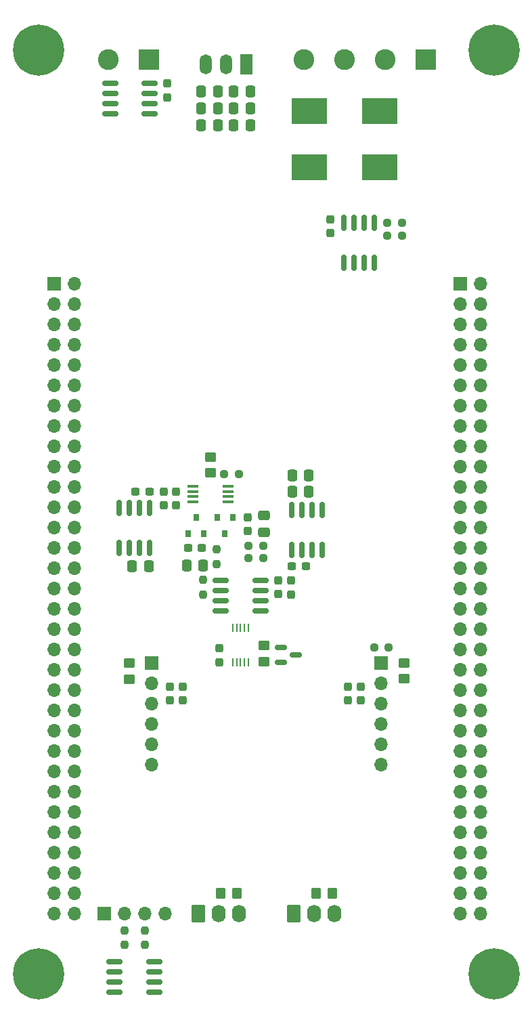
<source format=gts>
G04 #@! TF.GenerationSoftware,KiCad,Pcbnew,(6.0.5)*
G04 #@! TF.CreationDate,2022-05-13T08:12:08+02:00*
G04 #@! TF.ProjectId,MEV_board,4d45565f-626f-4617-9264-2e6b69636164,rev?*
G04 #@! TF.SameCoordinates,Original*
G04 #@! TF.FileFunction,Soldermask,Top*
G04 #@! TF.FilePolarity,Negative*
%FSLAX46Y46*%
G04 Gerber Fmt 4.6, Leading zero omitted, Abs format (unit mm)*
G04 Created by KiCad (PCBNEW (6.0.5)) date 2022-05-13 08:12:08*
%MOMM*%
%LPD*%
G01*
G04 APERTURE LIST*
G04 Aperture macros list*
%AMRoundRect*
0 Rectangle with rounded corners*
0 $1 Rounding radius*
0 $2 $3 $4 $5 $6 $7 $8 $9 X,Y pos of 4 corners*
0 Add a 4 corners polygon primitive as box body*
4,1,4,$2,$3,$4,$5,$6,$7,$8,$9,$2,$3,0*
0 Add four circle primitives for the rounded corners*
1,1,$1+$1,$2,$3*
1,1,$1+$1,$4,$5*
1,1,$1+$1,$6,$7*
1,1,$1+$1,$8,$9*
0 Add four rect primitives between the rounded corners*
20,1,$1+$1,$2,$3,$4,$5,0*
20,1,$1+$1,$4,$5,$6,$7,0*
20,1,$1+$1,$6,$7,$8,$9,0*
20,1,$1+$1,$8,$9,$2,$3,0*%
G04 Aperture macros list end*
%ADD10RoundRect,0.237500X-0.237500X0.300000X-0.237500X-0.300000X0.237500X-0.300000X0.237500X0.300000X0*%
%ADD11RoundRect,0.250000X0.475000X-0.337500X0.475000X0.337500X-0.475000X0.337500X-0.475000X-0.337500X0*%
%ADD12RoundRect,0.237500X0.237500X-0.300000X0.237500X0.300000X-0.237500X0.300000X-0.237500X-0.300000X0*%
%ADD13RoundRect,0.250000X0.337500X0.475000X-0.337500X0.475000X-0.337500X-0.475000X0.337500X-0.475000X0*%
%ADD14RoundRect,0.250000X-0.337500X-0.475000X0.337500X-0.475000X0.337500X0.475000X-0.337500X0.475000X0*%
%ADD15RoundRect,0.237500X0.300000X0.237500X-0.300000X0.237500X-0.300000X-0.237500X0.300000X-0.237500X0*%
%ADD16RoundRect,0.237500X-0.300000X-0.237500X0.300000X-0.237500X0.300000X0.237500X-0.300000X0.237500X0*%
%ADD17RoundRect,0.249999X0.450001X-0.350001X0.450001X0.350001X-0.450001X0.350001X-0.450001X-0.350001X0*%
%ADD18RoundRect,0.237500X-0.237500X0.250000X-0.237500X-0.250000X0.237500X-0.250000X0.237500X0.250000X0*%
%ADD19RoundRect,0.237500X0.250000X0.237500X-0.250000X0.237500X-0.250000X-0.237500X0.250000X-0.237500X0*%
%ADD20RoundRect,0.150000X-0.825000X-0.150000X0.825000X-0.150000X0.825000X0.150000X-0.825000X0.150000X0*%
%ADD21RoundRect,0.150000X0.150000X-0.825000X0.150000X0.825000X-0.150000X0.825000X-0.150000X-0.825000X0*%
%ADD22RoundRect,0.150000X-0.150000X0.825000X-0.150000X-0.825000X0.150000X-0.825000X0.150000X0.825000X0*%
%ADD23R,1.700000X1.700000*%
%ADD24O,1.700000X1.700000*%
%ADD25R,4.500000X3.300000*%
%ADD26R,0.800000X0.900000*%
%ADD27R,1.450000X0.450000*%
%ADD28RoundRect,0.237500X-0.250000X-0.237500X0.250000X-0.237500X0.250000X0.237500X-0.250000X0.237500X0*%
%ADD29C,3.600000*%
%ADD30C,6.400000*%
%ADD31RoundRect,0.250000X0.350000X0.450000X-0.350000X0.450000X-0.350000X-0.450000X0.350000X-0.450000X0*%
%ADD32RoundRect,0.250000X0.450000X-0.350000X0.450000X0.350000X-0.450000X0.350000X-0.450000X-0.350000X0*%
%ADD33RoundRect,0.150000X-0.587500X-0.150000X0.587500X-0.150000X0.587500X0.150000X-0.587500X0.150000X0*%
%ADD34R,0.250000X1.100000*%
%ADD35R,2.600000X2.600000*%
%ADD36C,2.600000*%
%ADD37R,1.500000X2.500000*%
%ADD38O,1.500000X2.500000*%
%ADD39RoundRect,0.250000X-0.620000X-0.845000X0.620000X-0.845000X0.620000X0.845000X-0.620000X0.845000X0*%
%ADD40O,1.740000X2.190000*%
G04 APERTURE END LIST*
D10*
X114147600Y-50165000D03*
X114147600Y-51890000D03*
D11*
X126228500Y-106275500D03*
X126228500Y-104200500D03*
D12*
X128005500Y-114004000D03*
X128005500Y-112279000D03*
D10*
X129656500Y-112313000D03*
X129656500Y-114038000D03*
D13*
X131853000Y-99147699D03*
X129778000Y-99147699D03*
X131853000Y-101205099D03*
X129778000Y-101205099D03*
D14*
X122433000Y-51127601D03*
X124508000Y-51127601D03*
X122433000Y-53289200D03*
X124508000Y-53289200D03*
D15*
X131448000Y-110553500D03*
X129723000Y-110553500D03*
D14*
X109764500Y-110476099D03*
X111839500Y-110476099D03*
D13*
X120465500Y-55422800D03*
X118390500Y-55422800D03*
X120465500Y-53289200D03*
X118390500Y-53289200D03*
D16*
X110169500Y-101169099D03*
X111894500Y-101169099D03*
D13*
X120465500Y-51127601D03*
X118390500Y-51127601D03*
D10*
X134569200Y-67164300D03*
X134569200Y-68889300D03*
D17*
X143789000Y-124609500D03*
X143789000Y-122609500D03*
D18*
X111302800Y-156034100D03*
X111302800Y-157859100D03*
X108762800Y-156034100D03*
X108762800Y-157859100D03*
D19*
X143484600Y-69189600D03*
X141659600Y-69189600D03*
X143484600Y-67614800D03*
X141659600Y-67614800D03*
D20*
X106999000Y-50165000D03*
X106999000Y-51435000D03*
X106999000Y-52705000D03*
X106999000Y-53975000D03*
X111949000Y-53975000D03*
X111949000Y-52705000D03*
X111949000Y-51435000D03*
X111949000Y-50165000D03*
X120831500Y-112286500D03*
X120831500Y-113556500D03*
X120831500Y-114826500D03*
X120831500Y-116096500D03*
X125781500Y-116096500D03*
X125781500Y-114826500D03*
X125781500Y-113556500D03*
X125781500Y-112286500D03*
D21*
X129730500Y-108456500D03*
X131000500Y-108456500D03*
X132270500Y-108456500D03*
X133540500Y-108456500D03*
X133540500Y-103506500D03*
X132270500Y-103506500D03*
X131000500Y-103506500D03*
X129730500Y-103506500D03*
D22*
X111887000Y-103252500D03*
X110617000Y-103252500D03*
X109347000Y-103252500D03*
X108077000Y-103252500D03*
X108077000Y-108202500D03*
X109347000Y-108202500D03*
X110617000Y-108202500D03*
X111887000Y-108202500D03*
D21*
X136194800Y-72551800D03*
X137464800Y-72551800D03*
X138734800Y-72551800D03*
X140004800Y-72551800D03*
X140004800Y-67601800D03*
X138734800Y-67601800D03*
X137464800Y-67601800D03*
X136194800Y-67601800D03*
D23*
X99990000Y-75220000D03*
D24*
X102530000Y-75220000D03*
X99990000Y-77760000D03*
X102530000Y-77760000D03*
X99990000Y-80300000D03*
X102530000Y-80300000D03*
X99990000Y-82840000D03*
X102530000Y-82840000D03*
X99990000Y-85380000D03*
X102530000Y-85380000D03*
X99990000Y-87920000D03*
X102530000Y-87920000D03*
X99990000Y-90460000D03*
X102530000Y-90460000D03*
X99990000Y-93000000D03*
X102530000Y-93000000D03*
X99990000Y-95540000D03*
X102530000Y-95540000D03*
X99990000Y-98080000D03*
X102530000Y-98080000D03*
X99990000Y-100620000D03*
X102530000Y-100620000D03*
X99990000Y-103160000D03*
X102530000Y-103160000D03*
X99990000Y-105700000D03*
X102530000Y-105700000D03*
X99990000Y-108240000D03*
X102530000Y-108240000D03*
X99990000Y-110780000D03*
X102530000Y-110780000D03*
X99990000Y-113320000D03*
X102530000Y-113320000D03*
X99990000Y-115860000D03*
X102530000Y-115860000D03*
X99990000Y-118400000D03*
X102530000Y-118400000D03*
X99990000Y-120940000D03*
X102530000Y-120940000D03*
X99990000Y-123480000D03*
X102530000Y-123480000D03*
X99990000Y-126020000D03*
X102530000Y-126020000D03*
X99990000Y-128560000D03*
X102530000Y-128560000D03*
X99990000Y-131100000D03*
X102530000Y-131100000D03*
X99990000Y-133640000D03*
X102530000Y-133640000D03*
X99990000Y-136180000D03*
X102530000Y-136180000D03*
X99990000Y-138720000D03*
X102530000Y-138720000D03*
X99990000Y-141260000D03*
X102530000Y-141260000D03*
X99990000Y-143800000D03*
X102530000Y-143800000D03*
X99990000Y-146340000D03*
X102530000Y-146340000D03*
X99990000Y-148880000D03*
X102530000Y-148880000D03*
X99990000Y-151420000D03*
X102530000Y-151420000D03*
X99990000Y-153960000D03*
X102530000Y-153960000D03*
D23*
X150800000Y-75220000D03*
D24*
X153340000Y-75220000D03*
X150800000Y-77760000D03*
X153340000Y-77760000D03*
X150800000Y-80300000D03*
X153340000Y-80300000D03*
X150800000Y-82840000D03*
X153340000Y-82840000D03*
X150800000Y-85380000D03*
X153340000Y-85380000D03*
X150800000Y-87920000D03*
X153340000Y-87920000D03*
X150800000Y-90460000D03*
X153340000Y-90460000D03*
X150800000Y-93000000D03*
X153340000Y-93000000D03*
X150800000Y-95540000D03*
X153340000Y-95540000D03*
X150800000Y-98080000D03*
X153340000Y-98080000D03*
X150800000Y-100620000D03*
X153340000Y-100620000D03*
X150800000Y-103160000D03*
X153340000Y-103160000D03*
X150800000Y-105700000D03*
X153340000Y-105700000D03*
X150800000Y-108240000D03*
X153340000Y-108240000D03*
X150800000Y-110780000D03*
X153340000Y-110780000D03*
X150800000Y-113320000D03*
X153340000Y-113320000D03*
X150800000Y-115860000D03*
X153340000Y-115860000D03*
X150800000Y-118400000D03*
X153340000Y-118400000D03*
X150800000Y-120940000D03*
X153340000Y-120940000D03*
X150800000Y-123480000D03*
X153340000Y-123480000D03*
X150800000Y-126020000D03*
X153340000Y-126020000D03*
X150800000Y-128560000D03*
X153340000Y-128560000D03*
X150800000Y-131100000D03*
X153340000Y-131100000D03*
X150800000Y-133640000D03*
X153340000Y-133640000D03*
X150800000Y-136180000D03*
X153340000Y-136180000D03*
X150800000Y-138720000D03*
X153340000Y-138720000D03*
X150800000Y-141260000D03*
X153340000Y-141260000D03*
X150800000Y-143800000D03*
X153340000Y-143800000D03*
X150800000Y-146340000D03*
X153340000Y-146340000D03*
X150800000Y-148880000D03*
X153340000Y-148880000D03*
X150800000Y-151420000D03*
X153340000Y-151420000D03*
X150800000Y-153960000D03*
X153340000Y-153960000D03*
D25*
X131940000Y-60604400D03*
X140740000Y-60604400D03*
X131940000Y-53644800D03*
X140740000Y-53644800D03*
D10*
X115213000Y-101183000D03*
X115213000Y-102908000D03*
D26*
X122298500Y-104418000D03*
X120398500Y-104418000D03*
X121348500Y-106418000D03*
D10*
X113673000Y-101183000D03*
X113673000Y-102908000D03*
D15*
X118469500Y-108238000D03*
X116744500Y-108238000D03*
D12*
X124188500Y-106100500D03*
X124188500Y-104375500D03*
D27*
X117368500Y-100533000D03*
X117368500Y-101183000D03*
X117368500Y-101833000D03*
X117368500Y-102483000D03*
X121768500Y-102483000D03*
X121768500Y-101833000D03*
X121768500Y-101183000D03*
X121768500Y-100533000D03*
D17*
X119522500Y-98840800D03*
X119522500Y-96840800D03*
D19*
X123076600Y-98958400D03*
X121251600Y-98958400D03*
D28*
X124296000Y-107988000D03*
X126121000Y-107988000D03*
D18*
X120340500Y-108434500D03*
X120340500Y-110259500D03*
D19*
X126121000Y-109528000D03*
X124296000Y-109528000D03*
D18*
X118644500Y-112244500D03*
X118644500Y-114069500D03*
D26*
X116787000Y-106418000D03*
X118687000Y-106418000D03*
X117737000Y-104418000D03*
D13*
X118644500Y-110426500D03*
X116569500Y-110426500D03*
D14*
X122433000Y-55422800D03*
X124508000Y-55422800D03*
D29*
X155000000Y-46000000D03*
D30*
X155000000Y-46000000D03*
D29*
X98000000Y-46000000D03*
D30*
X98000000Y-46000000D03*
X155000000Y-161500000D03*
D29*
X155000000Y-161500000D03*
X98000000Y-161500000D03*
D30*
X98000000Y-161500000D03*
D20*
X107557800Y-159943800D03*
X107557800Y-161213800D03*
X107557800Y-162483800D03*
X107557800Y-163753800D03*
X112507800Y-163753800D03*
X112507800Y-162483800D03*
X112507800Y-161213800D03*
X112507800Y-159943800D03*
D12*
X120650000Y-122513500D03*
X120650000Y-120788500D03*
D28*
X139994000Y-120652500D03*
X141819000Y-120652500D03*
D12*
X114452000Y-127291000D03*
X114452000Y-125566000D03*
D31*
X122856500Y-151447500D03*
X120856500Y-151447500D03*
D32*
X126238000Y-122451000D03*
X126238000Y-120451000D03*
D33*
X128348500Y-120652500D03*
X128348500Y-122552500D03*
X130223500Y-121602500D03*
D12*
X136740500Y-127291000D03*
X136740500Y-125566000D03*
D31*
X134794500Y-151447500D03*
X132794500Y-151447500D03*
D10*
X138304000Y-125566000D03*
X138304000Y-127291000D03*
D34*
X122306500Y-122501000D03*
X122806500Y-122501000D03*
X123306500Y-122501000D03*
X123806500Y-122501000D03*
X124306500Y-122501000D03*
X124306500Y-118201000D03*
X123806500Y-118201000D03*
X123306500Y-118201000D03*
X122806500Y-118201000D03*
X122306500Y-118201000D03*
D32*
X109372000Y-124618500D03*
X109372000Y-122618500D03*
D10*
X116039500Y-125566000D03*
X116039500Y-127291000D03*
D35*
X111823500Y-47200000D03*
D36*
X106743500Y-47200000D03*
D37*
X124000000Y-47800000D03*
D38*
X121460000Y-47800000D03*
X118920000Y-47800000D03*
D23*
X106222798Y-153974800D03*
D24*
X108762798Y-153974800D03*
X111302798Y-153974800D03*
X113842798Y-153974800D03*
D35*
X146500000Y-47200000D03*
D36*
X141420000Y-47200000D03*
X136340000Y-47200000D03*
X131260000Y-47200000D03*
D23*
X140906500Y-122618500D03*
D24*
X140906500Y-125158500D03*
X140906500Y-127698500D03*
X140906500Y-130238500D03*
X140906500Y-132778500D03*
X140906500Y-135318500D03*
D39*
X118046500Y-153974800D03*
D40*
X120586500Y-153974800D03*
X123126500Y-153974800D03*
D23*
X112204500Y-122618500D03*
D24*
X112204500Y-125158500D03*
X112204500Y-127698500D03*
X112204500Y-130238500D03*
X112204500Y-132778500D03*
X112204500Y-135318500D03*
D39*
X129984500Y-153974800D03*
D40*
X132524500Y-153974800D03*
X135064500Y-153974800D03*
M02*

</source>
